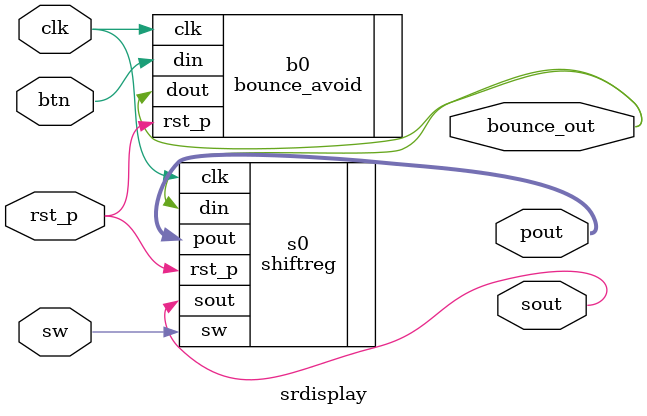
<source format=v>
module srdisplay(rst_p, clk, btn, sw, pout, sout, bounce_out);
parameter width = 8;
input rst_p, clk, btn, sw;
output [width-1:0]pout;
output sout, bounce_out;
//wire bounce_out;

bounce_avoid b0(.din(btn),.clk(clk),.rst_p(rst_p),.dout(bounce_out));
shiftreg s0(.clk(clk),.din(bounce_out),.sw(sw),.rst_p(rst_p),.pout(pout),.sout(sout));
endmodule

</source>
